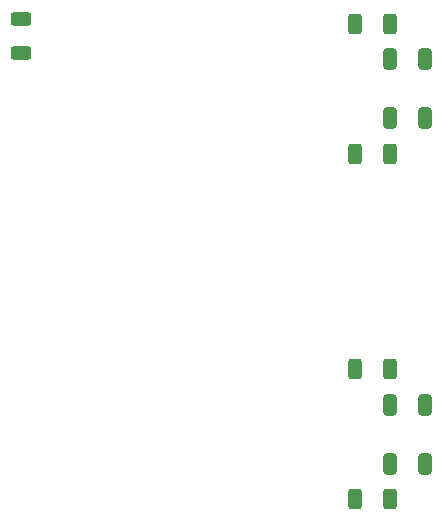
<source format=gbr>
%TF.GenerationSoftware,KiCad,Pcbnew,9.0.2*%
%TF.CreationDate,2025-06-25T13:02:05-07:00*%
%TF.ProjectId,Main,4d61696e-2e6b-4696-9361-645f70636258,rev?*%
%TF.SameCoordinates,Original*%
%TF.FileFunction,Paste,Top*%
%TF.FilePolarity,Positive*%
%FSLAX46Y46*%
G04 Gerber Fmt 4.6, Leading zero omitted, Abs format (unit mm)*
G04 Created by KiCad (PCBNEW 9.0.2) date 2025-06-25 13:02:05*
%MOMM*%
%LPD*%
G01*
G04 APERTURE LIST*
G04 Aperture macros list*
%AMRoundRect*
0 Rectangle with rounded corners*
0 $1 Rounding radius*
0 $2 $3 $4 $5 $6 $7 $8 $9 X,Y pos of 4 corners*
0 Add a 4 corners polygon primitive as box body*
4,1,4,$2,$3,$4,$5,$6,$7,$8,$9,$2,$3,0*
0 Add four circle primitives for the rounded corners*
1,1,$1+$1,$2,$3*
1,1,$1+$1,$4,$5*
1,1,$1+$1,$6,$7*
1,1,$1+$1,$8,$9*
0 Add four rect primitives between the rounded corners*
20,1,$1+$1,$2,$3,$4,$5,0*
20,1,$1+$1,$4,$5,$6,$7,0*
20,1,$1+$1,$6,$7,$8,$9,0*
20,1,$1+$1,$8,$9,$2,$3,0*%
G04 Aperture macros list end*
%ADD10RoundRect,0.250000X-0.625000X0.312500X-0.625000X-0.312500X0.625000X-0.312500X0.625000X0.312500X0*%
%ADD11RoundRect,0.250000X0.325000X0.650000X-0.325000X0.650000X-0.325000X-0.650000X0.325000X-0.650000X0*%
%ADD12RoundRect,0.250000X0.312500X0.625000X-0.312500X0.625000X-0.312500X-0.625000X0.312500X-0.625000X0*%
%ADD13RoundRect,0.250000X-0.312500X-0.625000X0.312500X-0.625000X0.312500X0.625000X-0.312500X0.625000X0*%
G04 APERTURE END LIST*
D10*
%TO.C,R18*%
X120000000Y-79575000D03*
X120000000Y-82500000D03*
%TD*%
D11*
%TO.C,C7*%
X154225000Y-83000000D03*
X151275000Y-83000000D03*
%TD*%
D12*
%TO.C,R10*%
X151212500Y-91000000D03*
X148287500Y-91000000D03*
%TD*%
D13*
%TO.C,R5*%
X148287500Y-109250000D03*
X151212500Y-109250000D03*
%TD*%
%TO.C,R9*%
X148287500Y-80000000D03*
X151212500Y-80000000D03*
%TD*%
D12*
%TO.C,R6*%
X151212500Y-120250000D03*
X148287500Y-120250000D03*
%TD*%
D11*
%TO.C,C5*%
X154225000Y-112250000D03*
X151275000Y-112250000D03*
%TD*%
%TO.C,C6*%
X154225000Y-117250000D03*
X151275000Y-117250000D03*
%TD*%
%TO.C,C8*%
X154225000Y-88000000D03*
X151275000Y-88000000D03*
%TD*%
M02*

</source>
